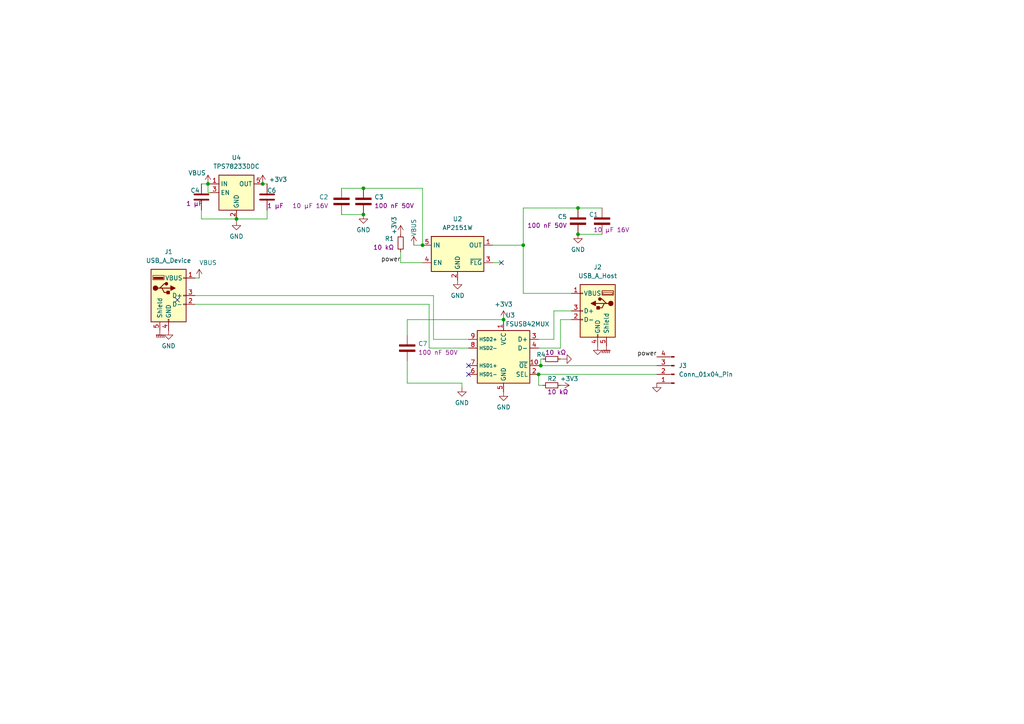
<source format=kicad_sch>
(kicad_sch (version 20230121) (generator eeschema)
  (paper "A4")
  (lib_symbols
    (symbol "Connector:Conn_01x04_Pin" (pin_names (offset 1.016) hide)
      (property "Reference" "J" (at 0 5.08 0))
      (property "Value" "Conn_01x04_Pin" (at 0 -7.62 0))
      (symbol "Conn_01x04_Pin_1_1"
        (polyline (pts (xy 1.27 -5.08) (xy 0.8636 -5.08)) (stroke (width 0.1524)))
        (polyline (pts (xy 1.27 -2.54) (xy 0.8636 -2.54)) (stroke (width 0.1524)))
        (polyline (pts (xy 1.27 0) (xy 0.8636 0)) (stroke (width 0.1524)))
        (polyline (pts (xy 1.27 2.54) (xy 0.8636 2.54)) (stroke (width 0.1524)))
        (rectangle (start 0.8636 -4.953) (end 0 -5.207) (stroke (width 0.1524)) (fill (type outline)))
        (rectangle (start 0.8636 -2.413) (end 0 -2.667) (stroke (width 0.1524)) (fill (type outline)))
        (rectangle (start 0.8636 0.127) (end 0 -0.127) (stroke (width 0.1524)) (fill (type outline)))
        (rectangle (start 0.8636 2.667) (end 0 2.413) (stroke (width 0.1524)) (fill (type outline)))
        (pin passive line (at 5.08 2.54 180) (length 3.81) (name "Pin_1") (number "1"))
        (pin passive line (at 5.08 0 180) (length 3.81) (name "Pin_2") (number "2"))
        (pin passive line (at 5.08 -2.54 180) (length 3.81) (name "Pin_3") (number "3"))
        (pin passive line (at 5.08 -5.08 180) (length 3.81) (name "Pin_4") (number "4"))
      )
    )
    (symbol "Interface_USB:FSUSB42MUX"
      (property "Reference" "U" (at -6.35 8.89 0))
      (property "Value" "FSUSB42MUX" (at 7.62 8.89 0))
      (symbol "FSUSB42MUX_0_1"
        (rectangle (start 7.62 7.62) (end -7.62 -7.62) (stroke (width 0.254)) (fill (type background)))
      )
      (symbol "FSUSB42MUX_1_1"
        (pin power_in line (at 0 10.16 270) (length 2.54) (name "VCC") (number "1"))
        (pin input line (at -10.16 -2.54 0) (length 2.54) (name "~{OE}") (number "10"))
        (pin input line (at -10.16 -5.08 0) (length 2.54) (name "SEL") (number "2"))
        (pin bidirectional line (at -10.16 5.08 0) (length 2.54) (name "D+") (number "3"))
        (pin bidirectional line (at -10.16 2.54 0) (length 2.54) (name "D-") (number "4"))
        (pin power_in line (at 0 -10.16 90) (length 2.54) (name "GND") (number "5"))
        (pin bidirectional line (at 10.16 -5.08 180) (length 2.54) (name "HSD1-") (number "6"))
        (pin bidirectional line (at 10.16 -2.54 180) (length 2.54) (name "HSD1+") (number "7"))
        (pin bidirectional line (at 10.16 2.54 180) (length 2.54) (name "HSD2-") (number "8"))
        (pin bidirectional line (at 10.16 5.08 180) (length 2.54) (name "HSD2+") (number "9"))
      )
    )
    (symbol "Power_Management:AP2171W"
      (property "Reference" "U" (at -7.62 -6.35 0))
      (property "Value" "AP2171W" (at -7.62 6.35 0))
      (symbol "AP2171W_0_1"
        (rectangle (start -7.62 5.08) (end 7.62 -5.08) (stroke (width 0.254)) (fill (type background)))
      )
      (symbol "AP2171W_1_1"
        (pin power_out line (at 10.16 2.54 180) (length 2.54) (name "OUT") (number "1"))
        (pin power_in line (at 0 -7.62 90) (length 2.54) (name "GND") (number "2"))
        (pin open_collector line (at 10.16 -2.54 180) (length 2.54) (name "~{FLG}") (number "3"))
        (pin input line (at -10.16 -2.54 0) (length 2.54) (name "EN") (number "4"))
        (pin power_in line (at -10.16 2.54 0) (length 2.54) (name "IN") (number "5"))
      )
    )
    (symbol "localparts:CP_100n_50V_0603" (pin_numbers hide) (pin_names (offset 0.254))
      (property "Reference" "C4" (at -3.048 1.016 0))
      (property "Display" "100 nF 50V" (at -0.508 -2.286 0))
      (symbol "CP_100n_50V_0603_0_1"
        (rectangle (start -2.286 -0.508) (end 2.286 -1.016) (fill (type outline)))
        (rectangle (start -2.286 1.016) (end 2.286 0.508) (fill (type outline)))
      )
      (symbol "CP_100n_50V_0603_1_1"
        (pin passive line (at 0 3.81 270) (length 2.794) (name "~") (number "1"))
        (pin passive line (at 0 -3.81 90) (length 2.794) (name "~") (number "2"))
      )
    )
    (symbol "localparts:CP_10µ_16V_0603" (pin_numbers hide) (pin_names (offset 0.254))
      (property "Reference" "C3" (at -3.048 1.016 0))
      (symbol "CP_10µ_16V_0603_0_1"
        (rectangle (start -2.286 -0.508) (end 2.286 -1.016) (fill (type outline)))
        (rectangle (start -2.286 1.016) (end 2.286 0.508) (fill (type outline)))
      )
      (symbol "CP_10µ_16V_0603_1_1"
        (pin passive line (at 0 3.81 270) (length 2.794) (name "~") (number "1"))
        (pin passive line (at 0 -3.81 90) (length 2.794) (name "~") (number "2"))
      )
    )
    (symbol "localparts:CP_1µ_10V_0603" (pin_numbers hide) (pin_names (offset 0.254))
      (property "Reference" "C" (at -3.175 1.27 0))
      (property "Display" "1 µF" (at -3.175 -1.27 0))
      (symbol "CP_1µ_10V_0603_0_1"
        (polyline (pts (xy -2.032 -0.762) (xy 2.032 -0.762)) (stroke (width 0.508)))
        (polyline (pts (xy -2.032 0.762) (xy 2.032 0.762)) (stroke (width 0.508)))
      )
      (symbol "CP_1µ_10V_0603_1_1"
        (pin passive line (at 0 3.81 270) (length 2.794) (name "~") (number "1"))
        (pin passive line (at 0 -3.81 90) (length 2.794) (name "~") (number "2"))
      )
    )
    (symbol "localparts:R_10k_0603" (pin_numbers hide) (pin_names (offset 0.254) hide)
      (property "Reference" "R" (at -1.27 0.635 0))
      (property "Display" "10 kΩ" (at -1.27 -1.27 0))
      (symbol "R_10k_0603_0_1"
        (rectangle (start -0.762 1.778) (end 0.762 -1.778) (stroke (width 0.2032)))
      )
      (symbol "R_10k_0603_1_1"
        (pin passive line (at 0 2.54 270) (length 0.762) (name "~") (number "1"))
        (pin passive line (at 0 -2.54 90) (length 0.762) (name "~") (number "2"))
      )
    )
    (symbol "localstuff:+3.3V" (power) (pin_names (offset 0))
      (property "Value" "+3.3V" (at 0 3.556 0))
      (symbol "+3.3V_0_1"
        (polyline (pts (xy -0.762 1.27) (xy 0 2.54)))
        (polyline (pts (xy 0 0) (xy 0 2.54)))
        (polyline (pts (xy 0 2.54) (xy 0.762 1.27)))
      )
      (symbol "+3.3V_1_1"
        (pin power_in line (at 0 0 90) (length 0) hide (name "+3V3") (number "1"))
      )
    )
    (symbol "localstuff:GND" (power) (pin_names (offset 0))
      (property "Value" "GND" (at 0 -3.81 0))
      (symbol "GND_0_1"
        (polyline (pts (xy 0 0) (xy 0 -1.27) (xy 1.27 -1.27) (xy 0 -2.54) (xy -1.27 -1.27) (xy 0 -1.27)))
      )
      (symbol "GND_1_1"
        (pin power_in line (at 0 0 270) (length 0) hide (name "GND") (number "1"))
      )
    )
    (symbol "localstuff:GNDPWR" (power) (pin_names (offset 0))
      (property "Value" "GNDPWR" (at 0 -3.302 0))
      (symbol "GNDPWR_0_1"
        (polyline (pts (xy 0 -1.27) (xy 0 0)))
        (polyline (pts (xy -1.016 -1.27) (xy -1.27 -2.032) (xy -1.27 -2.032)) (stroke (width 0.2032)))
        (polyline (pts (xy -0.508 -1.27) (xy -0.762 -2.032) (xy -0.762 -2.032)) (stroke (width 0.2032)))
        (polyline (pts (xy 0 -1.27) (xy -0.254 -2.032) (xy -0.254 -2.032)) (stroke (width 0.2032)))
        (polyline (pts (xy 0.508 -1.27) (xy 0.254 -2.032) (xy 0.254 -2.032)) (stroke (width 0.2032)))
        (polyline (pts (xy 1.016 -1.27) (xy -1.016 -1.27) (xy -1.016 -1.27)) (stroke (width 0.2032)))
        (polyline (pts (xy 1.016 -1.27) (xy 0.762 -2.032) (xy 0.762 -2.032) (xy 0.762 -2.032)) (stroke (width 0.2032)))
      )
      (symbol "GNDPWR_1_1"
        (pin power_in line (at 0 0 90) (length 0) hide (name "GNDPWR") (number "1"))
      )
    )
    (symbol "localstuff:TPS78233"
      (property "Reference" "U" (at -3.81 6.35 0))
      (property "Value" "TPS78233DDC" (at 6.35 6.35 0))
      (symbol "TPS78233_0_1"
        (rectangle (start -5.08 -5.08) (end 5.08 5.08) (stroke (width 0.254)) (fill (type background)))
        (pin power_in line (at -7.62 2.54 0) (length 2.54) (name "IN") (number "1"))
        (pin power_in line (at 0 -7.62 90) (length 2.54) (name "GND") (number "2"))
        (pin input line (at -7.62 0 0) (length 2.54) (name "EN") (number "3"))
        (pin power_out line (at 7.62 2.54 180) (length 2.54) (name "OUT") (number "5"))
      )
      (symbol "TPS78233_1_1"
        (pin passive line (at 0 -7.62 90) (length 2.54) hide (name "GND") (number "4"))
      )
    )
    (symbol "localstuff:USB_A_Device" (pin_names (offset 1.016))
      (property "Reference" "J" (at -5.08 11.43 0))
      (property "Value" "USB_A_Device" (at -5.08 8.89 0))
      (symbol "USB_A_Device_0_1"
        (rectangle (start -5.08 -7.62) (end 5.08 7.62) (stroke (width 0.254)) (fill (type background)))
        (circle (center -3.81 2.159) (radius 0.635) (stroke (width 0.254)) (fill (type outline)))
        (rectangle (start -1.524 4.826) (end -4.318 5.334) (fill (type outline)))
        (rectangle (start -1.27 4.572) (end -4.572 5.842))
        (circle (center -0.635 3.429) (radius 0.381) (stroke (width 0.254)) (fill (type outline)))
        (rectangle (start -0.127 -7.62) (end 0.127 -6.858))
        (polyline (pts (xy -3.175 2.159) (xy -2.54 2.159) (xy -1.27 3.429) (xy -0.635 3.429)) (stroke (width 0.254)))
        (polyline (pts (xy -2.54 2.159) (xy -1.905 2.159) (xy -1.27 0.889) (xy 0 0.889)) (stroke (width 0.254)))
        (polyline (pts (xy 0.635 2.794) (xy 0.635 1.524) (xy 1.905 2.159) (xy 0.635 2.794)) (stroke (width 0.254)) (fill (type outline)))
        (rectangle (start 0.254 1.27) (end -0.508 0.508) (stroke (width 0.254)) (fill (type outline)))
        (rectangle (start 5.08 -2.667) (end 4.318 -2.413))
        (rectangle (start 5.08 -0.127) (end 4.318 0.127))
        (rectangle (start 5.08 4.953) (end 4.318 5.207))
      )
      (symbol "USB_A_Device_1_1"
        (polyline (pts (xy -1.905 2.159) (xy 0.635 2.159)) (stroke (width 0.254)))
        (pin power_in line (at 7.62 5.08 180) (length 2.54) (name "VBUS") (number "1"))
        (pin bidirectional line (at 7.62 -2.54 180) (length 2.54) (name "D-") (number "2"))
        (pin bidirectional line (at 7.62 0 180) (length 2.54) (name "D+") (number "3"))
        (pin power_in line (at 0 -10.16 90) (length 2.54) (name "GND") (number "4"))
        (pin passive line (at -2.54 -10.16 90) (length 2.54) (name "Shield") (number "5"))
      )
    )
    (symbol "localstuff:USB_A_Host" (pin_names (offset 1.016))
      (property "Reference" "J" (at -5.08 11.43 0))
      (property "Value" "USB_A_Host" (at -5.08 8.89 0))
      (symbol "USB_A_Host_0_1"
        (rectangle (start -5.08 7.62) (end 5.08 -7.62) (stroke (width 0.254)) (fill (type background)))
        (circle (center -3.81 2.159) (radius 0.635) (stroke (width 0.254)) (fill (type outline)))
        (circle (center -0.635 3.429) (radius 0.381) (stroke (width 0.254)) (fill (type outline)))
        (rectangle (start -0.127 -7.62) (end 0.127 -6.858))
        (polyline (pts (xy -3.175 2.159) (xy -2.54 2.159) (xy -1.27 3.429) (xy -0.635 3.429)) (stroke (width 0.254)))
        (polyline (pts (xy -2.54 2.159) (xy -1.905 2.159) (xy -1.27 0.889) (xy 0 0.889)) (stroke (width 0.254)))
        (polyline (pts (xy 0.635 2.794) (xy 0.635 1.524) (xy 1.905 2.159) (xy 0.635 2.794)) (stroke (width 0.254)) (fill (type outline)))
        (rectangle (start 0.254 1.27) (end -0.508 0.508) (stroke (width 0.254)) (fill (type outline)))
        (rectangle (start 5.08 -2.667) (end 4.318 -2.413))
        (rectangle (start 5.08 -0.127) (end 4.318 0.127))
        (rectangle (start 5.08 4.953) (end 4.318 5.207))
      )
      (symbol "USB_A_Host_1_1"
        (rectangle (start -4.572 5.842) (end -1.27 4.572) (stroke (width 0.2)))
        (rectangle (start -4.318 5.334) (end -1.524 4.826))
        (polyline (pts (xy -1.905 2.159) (xy 0.635 2.159)) (stroke (width 0.254)))
        (pin power_out line (at 7.62 5.08 180) (length 2.54) (name "VBUS") (number "1"))
        (pin bidirectional line (at 7.62 -2.54 180) (length 2.54) (name "D-") (number "2"))
        (pin bidirectional line (at 7.62 0 180) (length 2.54) (name "D+") (number "3"))
        (pin power_out line (at 0 -10.16 90) (length 2.54) (name "GND") (number "4"))
        (pin passive line (at -2.54 -10.16 90) (length 2.54) (name "Shield") (number "5"))
      )
    )
    (symbol "power:VBUS" (power) (pin_names (offset 0))
      (property "Value" "VBUS" (at 0 3.81 0))
      (symbol "VBUS_0_1"
        (polyline (pts (xy -0.762 1.27) (xy 0 2.54)))
        (polyline (pts (xy 0 0) (xy 0 2.54)))
        (polyline (pts (xy 0 2.54) (xy 0.762 1.27)))
      )
      (symbol "VBUS_1_1"
        (pin power_in line (at 0 0 90) (length 0) hide (name "VBUS") (number "1"))
      )
    )
  )
  (junction (at 156.21 108.585))
  (junction (at 156.845 106.045))
  (junction (at 122.555 71.12))
  (junction (at 76.2 53.34))
  (junction (at 105.41 54.61))
  (junction (at 167.64 60.325))
  (junction (at 105.41 62.23))
  (junction (at 151.765 71.12))
  (junction (at 146.05 92.71))
  (junction (at 68.58 63.5))
  (junction (at 167.64 67.945))
  (junction (at 60.325 53.34))
  (no_connect (at 145.415 76.2))
  (no_connect (at 51.435 86.995))
  (no_connect (at 135.89 106.045))
  (no_connect (at 135.89 108.585))
  (wire (pts (xy 77.47 60.96) (xy 77.47 63.5)))
  (wire (pts (xy 58.42 63.5) (xy 68.58 63.5)))
  (wire (pts (xy 146.05 92.71) (xy 146.05 93.345)))
  (wire (pts (xy 167.64 67.945) (xy 174.625 67.945)))
  (wire (pts (xy 125.73 98.425) (xy 135.89 98.425)))
  (wire (pts (xy 157.48 111.76) (xy 156.21 111.76)))
  (wire (pts (xy 58.42 53.34) (xy 60.325 53.34)))
  (wire (pts (xy 118.11 111.125) (xy 133.985 111.125)))
  (wire (pts (xy 142.875 76.2) (xy 145.415 76.2)))
  (wire (pts (xy 116.205 76.2) (xy 116.205 73.025)))
  (wire (pts (xy 151.765 60.325) (xy 167.64 60.325)))
  (wire (pts (xy 151.765 85.09) (xy 165.735 85.09)))
  (wire (pts (xy 174.625 60.325) (xy 167.64 60.325)))
  (wire (pts (xy 156.845 104.14) (xy 156.845 106.045)))
  (wire (pts (xy 156.21 98.425) (xy 160.655 98.425)))
  (wire (pts (xy 68.58 64.135) (xy 68.58 63.5)))
  (wire (pts (xy 60.325 53.34) (xy 60.96 53.34)))
  (wire (pts (xy 99.06 54.61) (xy 105.41 54.61)))
  (wire (pts (xy 135.89 100.965) (xy 124.46 100.965)))
  (wire (pts (xy 151.765 71.12) (xy 142.875 71.12)))
  (wire (pts (xy 122.555 54.61) (xy 122.555 71.12)))
  (wire (pts (xy 160.655 98.425) (xy 160.655 90.17)))
  (wire (pts (xy 60.325 55.88) (xy 60.325 53.34)))
  (wire (pts (xy 151.765 60.325) (xy 151.765 71.12)))
  (wire (pts (xy 156.21 108.585) (xy 190.5 108.585)))
  (wire (pts (xy 122.555 71.12) (xy 120.015 71.12)))
  (wire (pts (xy 156.21 111.76) (xy 156.21 108.585)))
  (wire (pts (xy 163.195 104.14) (xy 162.56 104.14)))
  (wire (pts (xy 118.11 104.775) (xy 118.11 111.125)))
  (wire (pts (xy 124.46 100.965) (xy 124.46 88.265)))
  (wire (pts (xy 151.765 85.09) (xy 151.765 71.12)))
  (wire (pts (xy 60.96 55.88) (xy 60.325 55.88)))
  (wire (pts (xy 77.47 53.34) (xy 76.2 53.34)))
  (wire (pts (xy 157.48 104.14) (xy 156.845 104.14)))
  (wire (pts (xy 125.73 85.725) (xy 125.73 98.425)))
  (wire (pts (xy 99.06 62.23) (xy 105.41 62.23)))
  (wire (pts (xy 77.47 63.5) (xy 68.58 63.5)))
  (wire (pts (xy 56.515 80.645) (xy 57.785 80.645)))
  (wire (pts (xy 118.11 92.71) (xy 146.05 92.71)))
  (wire (pts (xy 56.515 85.725) (xy 125.73 85.725)))
  (wire (pts (xy 160.655 90.17) (xy 165.735 90.17)))
  (wire (pts (xy 162.56 92.71) (xy 165.735 92.71)))
  (wire (pts (xy 105.41 54.61) (xy 122.555 54.61)))
  (wire (pts (xy 162.56 100.965) (xy 162.56 92.71)))
  (wire (pts (xy 133.985 111.125) (xy 133.985 112.395)))
  (wire (pts (xy 56.515 88.265) (xy 124.46 88.265)))
  (wire (pts (xy 122.555 76.2) (xy 116.205 76.2)))
  (wire (pts (xy 156.845 106.045) (xy 156.21 106.045)))
  (wire (pts (xy 118.11 97.155) (xy 118.11 92.71)))
  (wire (pts (xy 156.845 106.045) (xy 190.5 106.045)))
  (wire (pts (xy 156.21 100.965) (xy 162.56 100.965)))
  (wire (pts (xy 58.42 60.96) (xy 58.42 63.5)))
  (label "power" (at 190.5 103.505 180))
  (label "power" (at 116.205 76.2 180))
  (symbol (lib_id "power:VBUS") (at 57.785 80.645 0) (unit 1)
    (property "Reference" "#PWR03" (effects hide))
    (property "Value" "VBUS" (at 60.325 76.2 0))
  )
  (symbol (lib_id "power:VBUS") (at 60.325 53.34 0) (unit 1)
    (property "Reference" "#PWR04" (effects hide))
    (property "Value" "VBUS" (at 57.15 50.165 0))
  )
  (symbol (lib_id "localstuff:+3.3V") (at 146.05 92.71 0) (unit 1)
    (property "Reference" "#PWR013" (effects hide))
    (property "Value" "+3.3V" (at 146.05 88.265 0))
  )
  (symbol (lib_id "localstuff:GND") (at 163.195 104.14 90) (unit 1)
    (property "Reference" "#PWR017" (effects hide))
    (property "Value" "GND" (effects hide))
  )
  (symbol (lib_id "localstuff:TPS78233") (at 68.58 55.88 0) (unit 1)
    (property "Reference" "U4" (at 68.58 45.72 0))
    (property "Value" "TPS78233DDC" (at 68.58 48.26 0))
    (property "Footprint" "Package_TO_SOT_SMD:SOT-23-5" (effects hide))
    (property "Datasheet" "http://www.ti.com/lit/gpn/tps782" (effects hide))
    (property "Bin" "b-ldo-3v3-tps" (effects hide))
  )
  (symbol (lib_id "localparts:CP_100n_50V_0603") (at 105.41 58.42 0) (unit 1)
    (property "Reference" "C3" (at 108.585 57.15 0) (effects (justify left)))
    (property "Value" "CP_100n_16V_0603" (effects hide))
    (property "Footprint" "Capacitor_SMD:C_0603_1608Metric" (effects hide))
    (property "Farnell" "3881081" (effects hide))
    (property "Display" "100 nF 50V" (at 108.585 59.69 0) (effects (justify left)))
    (property "Bin" "b-c100n-50v-s" (effects hide))
    (property "LCSC" "C14663" (effects hide))
  )
  (symbol (lib_id "localstuff:GND") (at 190.5 111.125 0) (unit 1)
    (property "Reference" "#PWR019" (effects hide))
    (property "Value" "GND" (effects hide))
  )
  (symbol (lib_id "localstuff:USB_A_Device") (at 48.895 85.725 0) (unit 1)
    (property "Reference" "J1" (at 48.895 73.025 0))
    (property "Value" "USB_A_Device" (at 48.895 75.565 0))
    (property "Footprint" "localstuff:SAMTEC_USB-AM-S-X-X-TH" (effects hide))
    (property "Datasheet" " ~" (effects hide))
    (property "Farnell" "3551287" (effects hide))
  )
  (symbol (lib_id "localparts:R_10k_0603") (at 116.205 70.485 0) (mirror x) (unit 1)
    (property "Reference" "R1" (at 114.3 69.215 0) (effects (justify right)))
    (property "Value" "R_10k_0603" (effects hide))
    (property "Footprint" "Resistor_SMD:R_0603_1608Metric" (effects hide))
    (property "Display" "10 kΩ" (at 114.3 71.755 0) (effects (justify right)))
    (property "LCSC" "C25804" (effects hide))
    (property "Bin" "b-r-10k-s" (effects hide))
  )
  (symbol (lib_id "localstuff:+3.3V") (at 162.56 111.76 270) (unit 1)
    (property "Reference" "#PWR010" (effects hide))
    (property "Value" "+3.3V" (at 165.1 109.855 90))
  )
  (symbol (lib_id "localparts:R_10k_0603") (at 160.02 111.76 90) (mirror x) (unit 1)
    (property "Reference" "R2" (at 158.75 109.855 90) (effects (justify right)))
    (property "Value" "R_10k_0603" (effects hide))
    (property "Footprint" "Resistor_SMD:R_0603_1608Metric" (effects hide))
    (property "Display" "10 kΩ" (at 158.75 113.665 90) (effects (justify right)))
    (property "LCSC" "C25804" (effects hide))
    (property "Bin" "b-r-10k-s" (effects hide))
  )
  (symbol (lib_id "localparts:R_10k_0603") (at 160.02 104.14 90) (unit 1)
    (property "Reference" "R4" (at 155.575 102.87 90) (effects (justify right)))
    (property "Value" "R_10k_0603" (effects hide))
    (property "Footprint" "Resistor_SMD:R_0603_1608Metric" (effects hide))
    (property "Display" "10 kΩ" (at 158.115 102.235 90) (effects (justify right)))
    (property "LCSC" "C25804" (effects hide))
    (property "Bin" "b-r-10k-s" (effects hide))
  )
  (symbol (lib_id "Interface_USB:FSUSB42MUX") (at 146.05 103.505 0) (mirror y) (unit 1)
    (property "Reference" "U3" (at 146.6341 91.44 0) (effects (justify right)))
    (property "Value" "FSUSB42MUX" (at 146.6341 93.98 0) (effects (justify right)))
    (property "Footprint" "Package_SO:MSOP-10_3x3mm_P0.5mm" (effects hide))
    (property "Datasheet" "https://www.onsemi.com/pub/Collateral/FSUSB42-D.PDF" (effects hide))
    (property "Farnell" "2564479" (effects hide))
  )
  (symbol (lib_id "localstuff:GND") (at 132.715 81.28 0) (unit 1)
    (property "Reference" "#PWR012" (effects hide))
    (property "Value" "GND" (at 132.715 85.725 0))
  )
  (symbol (lib_id "localstuff:GND") (at 133.985 112.395 0) (unit 1)
    (property "Reference" "#PWR09" (effects hide))
    (property "Value" "GND" (at 133.985 116.84 0))
  )
  (symbol (lib_id "power:VBUS") (at 120.015 71.12 0) (unit 1)
    (property "Reference" "#PWR011" (effects hide))
    (property "Value" "VBUS" (at 120.015 66.04 90))
  )
  (symbol (lib_id "localparts:CP_1µ_10V_0603") (at 77.47 57.15 0) (unit 1)
    (property "Reference" "C6" (at 77.47 55.245 0) (effects (justify left)))
    (property "Value" "CP_1µ_10V_0603" (effects hide))
    (property "Footprint" "Capacitor_SMD:C_0603_1608Metric" (effects hide))
    (property "Farnell" "3013419" (effects hide))
    (property "Display" "1 µF" (at 77.47 59.69 0) (effects (justify left)))
    (property "LCSC" "C15849" (effects hide))
  )
  (symbol (lib_id "localstuff:GND") (at 105.41 62.23 0) (unit 1)
    (property "Reference" "#PWR08" (effects hide))
    (property "Value" "GND" (at 105.41 66.675 0))
  )
  (symbol (lib_id "localstuff:GND") (at 167.64 67.945 0) (unit 1)
    (property "Reference" "#PWR014" (effects hide))
    (property "Value" "GND" (at 167.64 72.39 0))
  )
  (symbol (lib_id "localstuff:GND") (at 48.895 95.885 0) (unit 1)
    (property "Reference" "#PWR02" (effects hide))
    (property "Value" "GND" (at 48.895 100.33 0))
  )
  (symbol (lib_id "localparts:CP_100n_50V_0603") (at 167.64 64.135 0) (mirror y) (unit 1)
    (property "Reference" "C5" (at 164.465 62.865 0) (effects (justify left)))
    (property "Value" "CP_100n_16V_0603" (effects hide))
    (property "Footprint" "Capacitor_SMD:C_0603_1608Metric" (effects hide))
    (property "Farnell" "3881081" (effects hide))
    (property "Display" "100 nF 50V" (at 164.465 65.405 0) (effects (justify left)))
    (property "Bin" "b-c100n-50v-s" (effects hide))
    (property "LCSC" "C14663" (effects hide))
  )
  (symbol (lib_id "localstuff:GND") (at 68.58 64.135 0) (unit 1)
    (property "Reference" "#PWR05" (effects hide))
    (property "Value" "GND" (at 68.58 68.58 0))
  )
  (symbol (lib_id "Connector:Conn_01x04_Pin") (at 195.58 108.585 180) (unit 1)
    (property "Reference" "J3" (at 196.85 106.045 0) (effects (justify right)))
    (property "Value" "Conn_01x04_Pin" (at 196.85 108.585 0) (effects (justify right)))
    (property "Footprint" "Connector_PinHeader_2.54mm:PinHeader_1x04_P2.54mm_Horizontal" (effects hide))
  )
  (symbol (lib_id "localstuff:USB_A_Host") (at 173.355 90.17 0) (mirror y) (unit 1)
    (property "Reference" "J2" (at 173.355 77.47 0))
    (property "Value" "USB_A_Host" (at 173.355 80.01 0))
    (property "Footprint" "Connector_USB:USB_A_Stewart_SS-52100-001_Horizontal" (effects hide))
    (property "Datasheet" " ~" (effects hide))
    (property "Farnell" "4126367" (effects hide))
  )
  (symbol (lib_id "localstuff:GND") (at 173.355 100.33 0) (unit 1)
    (property "Reference" "#PWR015" (effects hide))
    (property "Value" "GND" (effects hide))
  )
  (symbol (lib_id "Power_Management:AP2171W") (at 132.715 73.66 0) (unit 1)
    (property "Reference" "U2" (at 132.715 63.5 0))
    (property "Value" "AP2151W" (at 132.715 66.04 0))
    (property "Footprint" "Package_TO_SOT_SMD:SOT-23-5" (effects hide))
    (property "Datasheet" "https://www.diodes.com/assets/Datasheets/AP2161.pdf" (effects hide))
    (property "Farnell" "3482805" (effects hide))
  )
  (symbol (lib_id "localstuff:GND") (at 146.05 113.665 0) (unit 1)
    (property "Reference" "#PWR018" (effects hide))
    (property "Value" "GND" (at 146.05 118.11 0))
  )
  (symbol (lib_id "localstuff:GNDPWR") (at 46.355 95.885 0) (mirror y) (unit 1)
    (property "Reference" "#PWR01" (effects hide))
    (property "Value" "GNDPWR" (effects hide))
  )
  (symbol (lib_id "localparts:CP_10µ_16V_0603") (at 174.625 64.135 0) (mirror y) (unit 1)
    (property "Reference" "C1" (at 170.815 62.23 0) (effects (justify right)))
    (property "Value" "CP_10µ_16V_0603" (effects hide))
    (property "Footprint" "Capacitor_SMD:C_0603_1608Metric" (effects hide))
    (property "Display" "10 µF 16V" (at 172.085 66.675 0) (effects (justify right)))
    (property "Bin" "b-c-10u-s8" (effects hide))
  )
  (symbol (lib_id "localparts:CP_1µ_10V_0603") (at 58.42 57.15 0) (unit 1)
    (property "Reference" "C4" (at 55.245 55.245 0) (effects (justify left)))
    (property "Value" "CP_1µ_10V_0603" (effects hide))
    (property "Footprint" "Capacitor_SMD:C_0603_1608Metric" (effects hide))
    (property "Farnell" "3013419" (effects hide))
    (property "Display" "1 µF" (at 53.975 59.055 0) (effects (justify left)))
    (property "LCSC" "C15849" (effects hide))
  )
  (symbol (lib_id "localparts:CP_100n_50V_0603") (at 118.11 100.965 0) (unit 1)
    (property "Reference" "C7" (at 121.285 99.695 0) (effects (justify left)))
    (property "Value" "CP_100n_16V_0603" (effects hide))
    (property "Footprint" "Capacitor_SMD:C_0603_1608Metric" (effects hide))
    (property "Farnell" "3881081" (effects hide))
    (property "Display" "100 nF 50V" (at 121.285 102.235 0) (effects (justify left)))
    (property "Bin" "b-c100n-50v-s" (effects hide))
    (property "LCSC" "C14663" (effects hide))
  )
  (symbol (lib_id "localstuff:+3.3V") (at 116.205 67.945 0) (unit 1)
    (property "Reference" "#PWR07" (effects hide))
    (property "Value" "+3.3V" (at 114.3 65.405 90))
  )
  (symbol (lib_id "localstuff:+3.3V") (at 76.2 53.34 0) (unit 1)
    (property "Reference" "#PWR06" (effects hide))
    (property "Value" "+3.3V" (at 80.645 52.07 0))
  )
  (symbol (lib_id "localstuff:GNDPWR") (at 175.895 100.33 0) (unit 1)
    (property "Reference" "#PWR016" (effects hide))
    (property "Value" "GNDPWR" (effects hide))
  )
  (symbol (lib_id "localparts:CP_10µ_16V_0603") (at 99.06 58.42 0) (unit 1)
    (property "Reference" "C2" (at 95.25 57.15 0) (effects (justify right)))
    (property "Value" "CP_10µ_16V_0603" (effects hide))
    (property "Footprint" "Capacitor_SMD:C_0603_1608Metric" (effects hide))
    (property "Display" "10 µF 16V" (at 95.25 59.69 0) (effects (justify right)))
    (property "Bin" "b-c-10u-s8" (effects hide))
  )
)
</source>
